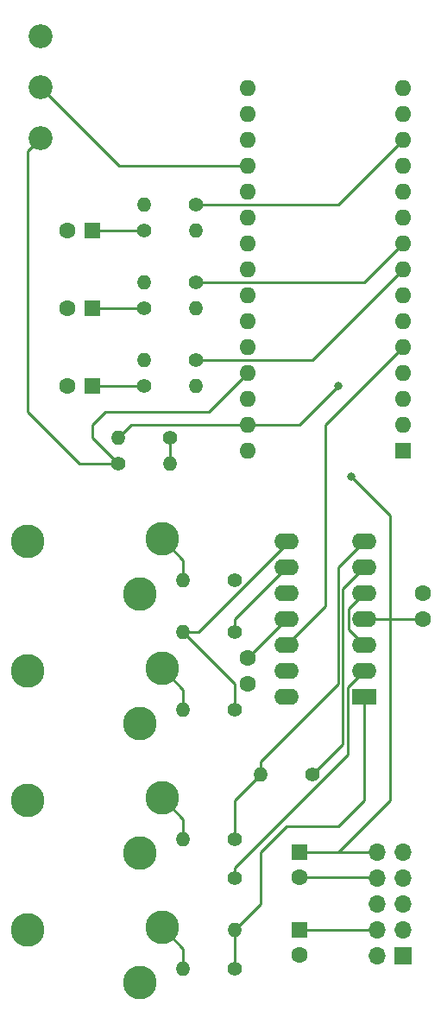
<source format=gbr>
%TF.GenerationSoftware,KiCad,Pcbnew,(5.1.6)-1*%
%TF.CreationDate,2021-04-21T22:04:27+02:00*%
%TF.ProjectId,answertainty,616e7377-6572-4746-9169-6e74792e6b69,rev?*%
%TF.SameCoordinates,Original*%
%TF.FileFunction,Copper,L1,Top*%
%TF.FilePolarity,Positive*%
%FSLAX46Y46*%
G04 Gerber Fmt 4.6, Leading zero omitted, Abs format (unit mm)*
G04 Created by KiCad (PCBNEW (5.1.6)-1) date 2021-04-21 22:04:27*
%MOMM*%
%LPD*%
G01*
G04 APERTURE LIST*
%TA.AperFunction,ComponentPad*%
%ADD10C,1.600000*%
%TD*%
%TA.AperFunction,ComponentPad*%
%ADD11O,1.400000X1.400000*%
%TD*%
%TA.AperFunction,ComponentPad*%
%ADD12C,1.400000*%
%TD*%
%TA.AperFunction,ComponentPad*%
%ADD13C,3.300000*%
%TD*%
%TA.AperFunction,ComponentPad*%
%ADD14O,1.600000X1.600000*%
%TD*%
%TA.AperFunction,ComponentPad*%
%ADD15R,1.600000X1.600000*%
%TD*%
%TA.AperFunction,ComponentPad*%
%ADD16O,1.700000X1.700000*%
%TD*%
%TA.AperFunction,ComponentPad*%
%ADD17R,1.700000X1.700000*%
%TD*%
%TA.AperFunction,ComponentPad*%
%ADD18C,2.340000*%
%TD*%
%TA.AperFunction,ComponentPad*%
%ADD19O,2.400000X1.600000*%
%TD*%
%TA.AperFunction,ComponentPad*%
%ADD20R,2.400000X1.600000*%
%TD*%
%TA.AperFunction,ViaPad*%
%ADD21C,0.800000*%
%TD*%
%TA.AperFunction,Conductor*%
%ADD22C,0.250000*%
%TD*%
G04 APERTURE END LIST*
D10*
%TO.P,C7,1*%
%TO.N,GND*%
X123190000Y-125730000D03*
%TO.P,C7,2*%
%TO.N,Net-(C5-Pad2)*%
X123190000Y-123230000D03*
%TD*%
%TO.P,C6,1*%
%TO.N,+12V*%
X140335000Y-119380000D03*
%TO.P,C6,2*%
%TO.N,GND*%
X140335000Y-116880000D03*
%TD*%
D11*
%TO.P,R7,2*%
%TO.N,Net-(R4-Pad1)*%
X121920000Y-149860000D03*
D12*
%TO.P,R7,1*%
%TO.N,Net-(R10-Pad2)*%
X121920000Y-144780000D03*
%TD*%
D13*
%TO.P,J4,T*%
%TO.N,Net-(J4-PadT)*%
X114760000Y-111560000D03*
%TO.P,J4,TN*%
%TO.N,Net-(J4-PadTN)*%
X112560000Y-116960000D03*
%TO.P,J4,S*%
%TO.N,GND*%
X101560000Y-111760000D03*
%TD*%
D14*
%TO.P,A1,16*%
%TO.N,Net-(A1-Pad16)*%
X123190000Y-67310000D03*
%TO.P,A1,15*%
%TO.N,Net-(A1-Pad15)*%
X138430000Y-67310000D03*
%TO.P,A1,30*%
%TO.N,+12V*%
X123190000Y-102870000D03*
%TO.P,A1,14*%
%TO.N,Net-(A1-Pad14)*%
X138430000Y-69850000D03*
%TO.P,A1,29*%
%TO.N,GND*%
X123190000Y-100330000D03*
%TO.P,A1,13*%
%TO.N,Net-(A1-Pad13)*%
X138430000Y-72390000D03*
%TO.P,A1,28*%
%TO.N,Net-(A1-Pad28)*%
X123190000Y-97790000D03*
%TO.P,A1,12*%
%TO.N,Net-(A1-Pad12)*%
X138430000Y-74930000D03*
%TO.P,A1,27*%
%TO.N,Net-(A1-Pad27)*%
X123190000Y-95250000D03*
%TO.P,A1,11*%
%TO.N,Net-(A1-Pad11)*%
X138430000Y-77470000D03*
%TO.P,A1,26*%
%TO.N,Net-(A1-Pad26)*%
X123190000Y-92710000D03*
%TO.P,A1,10*%
%TO.N,Net-(A1-Pad10)*%
X138430000Y-80010000D03*
%TO.P,A1,25*%
%TO.N,Net-(A1-Pad25)*%
X123190000Y-90170000D03*
%TO.P,A1,9*%
%TO.N,Net-(A1-Pad9)*%
X138430000Y-82550000D03*
%TO.P,A1,24*%
%TO.N,Net-(A1-Pad24)*%
X123190000Y-87630000D03*
%TO.P,A1,8*%
%TO.N,Net-(A1-Pad8)*%
X138430000Y-85090000D03*
%TO.P,A1,23*%
%TO.N,Net-(A1-Pad23)*%
X123190000Y-85090000D03*
%TO.P,A1,7*%
%TO.N,Net-(A1-Pad7)*%
X138430000Y-87630000D03*
%TO.P,A1,22*%
%TO.N,Net-(A1-Pad22)*%
X123190000Y-82550000D03*
%TO.P,A1,6*%
%TO.N,Net-(A1-Pad6)*%
X138430000Y-90170000D03*
%TO.P,A1,21*%
%TO.N,Net-(A1-Pad21)*%
X123190000Y-80010000D03*
%TO.P,A1,5*%
%TO.N,Net-(A1-Pad5)*%
X138430000Y-92710000D03*
%TO.P,A1,20*%
%TO.N,Net-(A1-Pad20)*%
X123190000Y-77470000D03*
%TO.P,A1,4*%
%TO.N,GND*%
X138430000Y-95250000D03*
%TO.P,A1,19*%
%TO.N,Net-(A1-Pad19)*%
X123190000Y-74930000D03*
%TO.P,A1,3*%
%TO.N,Net-(A1-Pad3)*%
X138430000Y-97790000D03*
%TO.P,A1,18*%
%TO.N,GND*%
X123190000Y-72390000D03*
%TO.P,A1,2*%
%TO.N,Net-(A1-Pad2)*%
X138430000Y-100330000D03*
%TO.P,A1,17*%
%TO.N,Net-(A1-Pad17)*%
X123190000Y-69850000D03*
D15*
%TO.P,A1,1*%
%TO.N,Net-(A1-Pad1)*%
X138430000Y-102870000D03*
%TD*%
D10*
%TO.P,C4,2*%
%TO.N,GND*%
X128270000Y-144740000D03*
D15*
%TO.P,C4,1*%
%TO.N,+12V*%
X128270000Y-142240000D03*
%TD*%
D10*
%TO.P,C5,2*%
%TO.N,Net-(C5-Pad2)*%
X128270000Y-152360000D03*
D15*
%TO.P,C5,1*%
%TO.N,GND*%
X128270000Y-149860000D03*
%TD*%
D11*
%TO.P,R15,2*%
%TO.N,Net-(R14-Pad1)*%
X115570000Y-104140000D03*
D12*
%TO.P,R15,1*%
%TO.N,Net-(A1-Pad27)*%
X110490000Y-104140000D03*
%TD*%
D11*
%TO.P,R14,2*%
%TO.N,GND*%
X110490000Y-101600000D03*
D12*
%TO.P,R14,1*%
%TO.N,Net-(R14-Pad1)*%
X115570000Y-101600000D03*
%TD*%
D11*
%TO.P,R13,2*%
%TO.N,Net-(C3-Pad1)*%
X113030000Y-93980000D03*
D12*
%TO.P,R13,1*%
%TO.N,Net-(A1-Pad8)*%
X118110000Y-93980000D03*
%TD*%
%TO.P,R12,1*%
%TO.N,Net-(A1-Pad13)*%
X118110000Y-78740000D03*
D11*
%TO.P,R12,2*%
%TO.N,Net-(C2-Pad1)*%
X113030000Y-78740000D03*
%TD*%
%TO.P,R11,2*%
%TO.N,Net-(C1-Pad1)*%
X113030000Y-86360000D03*
D12*
%TO.P,R11,1*%
%TO.N,Net-(A1-Pad9)*%
X118110000Y-86360000D03*
%TD*%
D11*
%TO.P,R10,2*%
%TO.N,Net-(R10-Pad2)*%
X118110000Y-96520000D03*
D12*
%TO.P,R10,1*%
%TO.N,Net-(C3-Pad1)*%
X113030000Y-96520000D03*
%TD*%
D11*
%TO.P,R9,2*%
%TO.N,Net-(R6-Pad1)*%
X118110000Y-81280000D03*
D12*
%TO.P,R9,1*%
%TO.N,Net-(C2-Pad1)*%
X113030000Y-81280000D03*
%TD*%
D11*
%TO.P,R8,2*%
%TO.N,Net-(R5-Pad1)*%
X118110000Y-88900000D03*
D12*
%TO.P,R8,1*%
%TO.N,Net-(C1-Pad1)*%
X113030000Y-88900000D03*
%TD*%
D11*
%TO.P,R6,2*%
%TO.N,Net-(R2-Pad1)*%
X116840000Y-120650000D03*
D12*
%TO.P,R6,1*%
%TO.N,Net-(R6-Pad1)*%
X121920000Y-120650000D03*
%TD*%
D11*
%TO.P,R5,2*%
%TO.N,Net-(R1-Pad1)*%
X124460000Y-134620000D03*
D12*
%TO.P,R5,1*%
%TO.N,Net-(R5-Pad1)*%
X129540000Y-134620000D03*
%TD*%
D11*
%TO.P,R4,2*%
%TO.N,Net-(J1-PadT)*%
X116840000Y-153670000D03*
D12*
%TO.P,R4,1*%
%TO.N,Net-(R4-Pad1)*%
X121920000Y-153670000D03*
%TD*%
D11*
%TO.P,R3,2*%
%TO.N,Net-(J4-PadT)*%
X116840000Y-115570000D03*
D12*
%TO.P,R3,1*%
%TO.N,Net-(R3-Pad1)*%
X121920000Y-115570000D03*
%TD*%
D11*
%TO.P,R2,2*%
%TO.N,Net-(J2-PadT)*%
X116840000Y-128270000D03*
D12*
%TO.P,R2,1*%
%TO.N,Net-(R2-Pad1)*%
X121920000Y-128270000D03*
%TD*%
D11*
%TO.P,R1,2*%
%TO.N,Net-(J3-PadT)*%
X116840000Y-140970000D03*
D12*
%TO.P,R1,1*%
%TO.N,Net-(R1-Pad1)*%
X121920000Y-140970000D03*
%TD*%
D16*
%TO.P,J5,10*%
%TO.N,+12V*%
X135890000Y-142240000D03*
%TO.P,J5,9*%
X138430000Y-142240000D03*
%TO.P,J5,8*%
%TO.N,GND*%
X135890000Y-144780000D03*
%TO.P,J5,7*%
X138430000Y-144780000D03*
%TO.P,J5,6*%
X135890000Y-147320000D03*
%TO.P,J5,5*%
X138430000Y-147320000D03*
%TO.P,J5,4*%
X135890000Y-149860000D03*
%TO.P,J5,3*%
X138430000Y-149860000D03*
%TO.P,J5,2*%
%TO.N,Net-(C5-Pad2)*%
X135890000Y-152400000D03*
D17*
%TO.P,J5,1*%
X138430000Y-152400000D03*
%TD*%
D13*
%TO.P,J1,S*%
%TO.N,GND*%
X101560000Y-149860000D03*
%TO.P,J1,TN*%
%TO.N,Net-(J1-PadTN)*%
X112560000Y-155060000D03*
%TO.P,J1,T*%
%TO.N,Net-(J1-PadT)*%
X114760000Y-149660000D03*
%TD*%
D18*
%TO.P,RV1,1*%
%TO.N,GND*%
X102870000Y-62230000D03*
%TO.P,RV1,2*%
%TO.N,Net-(A1-Pad19)*%
X102870000Y-67230000D03*
%TO.P,RV1,3*%
%TO.N,Net-(A1-Pad27)*%
X102870000Y-72230000D03*
%TD*%
D13*
%TO.P,J3,T*%
%TO.N,Net-(J3-PadT)*%
X114760000Y-136960000D03*
%TO.P,J3,TN*%
%TO.N,Net-(J3-PadTN)*%
X112560000Y-142360000D03*
%TO.P,J3,S*%
%TO.N,GND*%
X101560000Y-137160000D03*
%TD*%
%TO.P,J2,T*%
%TO.N,Net-(J2-PadT)*%
X114760000Y-124260000D03*
%TO.P,J2,TN*%
%TO.N,Net-(J2-PadTN)*%
X112560000Y-129660000D03*
%TO.P,J2,S*%
%TO.N,GND*%
X101560000Y-124460000D03*
%TD*%
D19*
%TO.P,U1,14*%
%TO.N,Net-(R3-Pad1)*%
X127000000Y-127000000D03*
%TO.P,U1,7*%
%TO.N,Net-(R1-Pad1)*%
X134620000Y-111760000D03*
%TO.P,U1,13*%
%TO.N,Net-(R3-Pad1)*%
X127000000Y-124460000D03*
%TO.P,U1,6*%
%TO.N,Net-(R5-Pad1)*%
X134620000Y-114300000D03*
%TO.P,U1,12*%
%TO.N,Net-(A1-Pad5)*%
X127000000Y-121920000D03*
%TO.P,U1,5*%
%TO.N,Net-(R14-Pad1)*%
X134620000Y-116840000D03*
%TO.P,U1,11*%
%TO.N,Net-(C5-Pad2)*%
X127000000Y-119380000D03*
%TO.P,U1,4*%
%TO.N,+12V*%
X134620000Y-119380000D03*
%TO.P,U1,10*%
%TO.N,Net-(R14-Pad1)*%
X127000000Y-116840000D03*
%TO.P,U1,3*%
X134620000Y-121920000D03*
%TO.P,U1,9*%
%TO.N,Net-(R6-Pad1)*%
X127000000Y-114300000D03*
%TO.P,U1,2*%
%TO.N,Net-(R10-Pad2)*%
X134620000Y-124460000D03*
%TO.P,U1,8*%
%TO.N,Net-(R2-Pad1)*%
X127000000Y-111760000D03*
D20*
%TO.P,U1,1*%
%TO.N,Net-(R4-Pad1)*%
X134620000Y-127000000D03*
%TD*%
D15*
%TO.P,C3,1*%
%TO.N,Net-(C3-Pad1)*%
X107950000Y-96520000D03*
D10*
%TO.P,C3,2*%
%TO.N,GND*%
X105450000Y-96520000D03*
%TD*%
D15*
%TO.P,C2,1*%
%TO.N,Net-(C2-Pad1)*%
X107950000Y-81280000D03*
D10*
%TO.P,C2,2*%
%TO.N,GND*%
X105450000Y-81280000D03*
%TD*%
D15*
%TO.P,C1,1*%
%TO.N,Net-(C1-Pad1)*%
X107950000Y-88900000D03*
D10*
%TO.P,C1,2*%
%TO.N,GND*%
X105450000Y-88900000D03*
%TD*%
D21*
%TO.N,+12V*%
X133350000Y-105410000D03*
%TO.N,GND*%
X132080000Y-96520000D03*
%TO.N,Net-(A1-Pad27)*%
X110490000Y-104140000D03*
%TD*%
D22*
%TO.N,+12V*%
X132080000Y-142240000D02*
X135890000Y-142240000D01*
X132080000Y-142240000D02*
X137160000Y-137160000D01*
X137160000Y-137160000D02*
X137160000Y-121920000D01*
X137160000Y-109220000D02*
X133350000Y-105410000D01*
X132080000Y-142240000D02*
X128270000Y-142240000D01*
X134620000Y-119380000D02*
X137160000Y-119380000D01*
X137160000Y-121920000D02*
X137160000Y-119380000D01*
X137160000Y-119380000D02*
X137160000Y-109220000D01*
X140335000Y-119380000D02*
X137160000Y-119380000D01*
%TO.N,GND*%
X111760000Y-100330000D02*
X123190000Y-100330000D01*
X110490000Y-101600000D02*
X111760000Y-100330000D01*
X123190000Y-100330000D02*
X128270000Y-100330000D01*
X128270000Y-100330000D02*
X132080000Y-96520000D01*
X128270000Y-149860000D02*
X135890000Y-149860000D01*
X135850000Y-144740000D02*
X135890000Y-144780000D01*
X128270000Y-144740000D02*
X135850000Y-144740000D01*
%TO.N,Net-(A1-Pad13)*%
X132080000Y-78740000D02*
X138430000Y-72390000D01*
X118110000Y-78740000D02*
X132080000Y-78740000D01*
%TO.N,Net-(A1-Pad27)*%
X102870000Y-72230000D02*
X101600000Y-73500000D01*
X101600000Y-73500000D02*
X101600000Y-99060000D01*
X110490000Y-104140000D02*
X106680000Y-104140000D01*
X106680000Y-104140000D02*
X101600000Y-99060000D01*
X107950000Y-101600000D02*
X110490000Y-104140000D01*
X107950000Y-100330000D02*
X107950000Y-101600000D01*
X109220000Y-99060000D02*
X107950000Y-100330000D01*
X123190000Y-95250000D02*
X119380000Y-99060000D01*
X119380000Y-99060000D02*
X109220000Y-99060000D01*
%TO.N,Net-(A1-Pad9)*%
X134620000Y-86360000D02*
X138430000Y-82550000D01*
X118110000Y-86360000D02*
X134620000Y-86360000D01*
%TO.N,Net-(A1-Pad8)*%
X129540000Y-93980000D02*
X138430000Y-85090000D01*
X118110000Y-93980000D02*
X129540000Y-93980000D01*
%TO.N,Net-(A1-Pad5)*%
X130810000Y-118110000D02*
X127000000Y-121920000D01*
X138430000Y-92710000D02*
X130810000Y-100330000D01*
X130810000Y-100330000D02*
X130810000Y-118110000D01*
%TO.N,Net-(A1-Pad19)*%
X110570000Y-74930000D02*
X102870000Y-67230000D01*
X123190000Y-74930000D02*
X110570000Y-74930000D01*
%TO.N,Net-(C1-Pad1)*%
X113030000Y-88900000D02*
X107950000Y-88900000D01*
%TO.N,Net-(C2-Pad1)*%
X107950000Y-81280000D02*
X113030000Y-81280000D01*
%TO.N,Net-(C3-Pad1)*%
X107950000Y-96520000D02*
X113030000Y-96520000D01*
%TO.N,Net-(J2-PadT)*%
X116840000Y-126340000D02*
X114760000Y-124260000D01*
X116840000Y-128270000D02*
X116840000Y-126340000D01*
%TO.N,Net-(J3-PadT)*%
X116840000Y-139040000D02*
X114760000Y-136960000D01*
X116840000Y-140970000D02*
X116840000Y-139040000D01*
%TO.N,Net-(J4-PadT)*%
X116840000Y-113640000D02*
X114760000Y-111560000D01*
X116840000Y-115570000D02*
X116840000Y-113640000D01*
%TO.N,Net-(R10-Pad2)*%
X121920000Y-143757002D02*
X121920000Y-144780000D01*
X132980020Y-132696982D02*
X121920000Y-143757002D01*
X132980020Y-126099980D02*
X132980020Y-132696982D01*
X134620000Y-124460000D02*
X132980020Y-126099980D01*
%TO.N,Net-(J1-PadT)*%
X116840000Y-151740000D02*
X114760000Y-149660000D01*
X116840000Y-153670000D02*
X116840000Y-151740000D01*
%TO.N,Net-(R1-Pad1)*%
X121920000Y-137160000D02*
X124460000Y-134620000D01*
X121920000Y-140970000D02*
X121920000Y-137160000D01*
X124460000Y-134620000D02*
X124460000Y-133350000D01*
X124460000Y-133350000D02*
X132080000Y-125730000D01*
X132080000Y-114300000D02*
X134620000Y-111760000D01*
X132080000Y-125730000D02*
X132080000Y-114300000D01*
%TO.N,Net-(R2-Pad1)*%
X127000000Y-112007002D02*
X127000000Y-111760000D01*
X118357002Y-120650000D02*
X127000000Y-112007002D01*
X116840000Y-120650000D02*
X118357002Y-120650000D01*
X121920000Y-125730000D02*
X116840000Y-120650000D01*
X121920000Y-128270000D02*
X121920000Y-125730000D01*
%TO.N,Net-(R4-Pad1)*%
X121920000Y-149860000D02*
X121920000Y-153670000D01*
X124460000Y-147320000D02*
X121920000Y-149860000D01*
X132080000Y-139700000D02*
X127000000Y-139700000D01*
X134620000Y-137160000D02*
X132080000Y-139700000D01*
X127000000Y-139700000D02*
X124460000Y-142240000D01*
X134620000Y-127000000D02*
X134620000Y-137160000D01*
X124460000Y-142240000D02*
X124460000Y-147320000D01*
%TO.N,Net-(R5-Pad1)*%
X132530010Y-116389990D02*
X134620000Y-114300000D01*
X132530010Y-131629990D02*
X132530010Y-116389990D01*
X129540000Y-134620000D02*
X132530010Y-131629990D01*
%TO.N,Net-(R6-Pad1)*%
X121920000Y-119380000D02*
X127000000Y-114300000D01*
X121920000Y-120650000D02*
X121920000Y-119380000D01*
%TO.N,Net-(R14-Pad1)*%
X115570000Y-104140000D02*
X115570000Y-101600000D01*
X133094990Y-120394990D02*
X134620000Y-121920000D01*
X133094990Y-118365010D02*
X133094990Y-120394990D01*
X134620000Y-116840000D02*
X133094990Y-118365010D01*
%TO.N,Net-(C5-Pad2)*%
X127000000Y-119420000D02*
X127000000Y-119380000D01*
X123190000Y-123230000D02*
X127000000Y-119420000D01*
%TD*%
M02*

</source>
